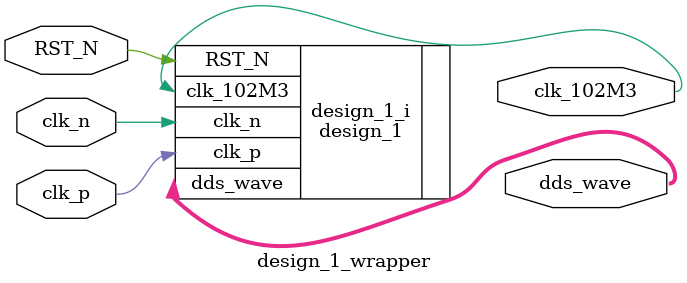
<source format=v>
`timescale 1 ps / 1 ps

module design_1_wrapper
   (RST_N,
    clk_102M3,
    clk_n,
    clk_p,
    dds_wave);
  input RST_N;
  output [0:0]clk_102M3;
  input clk_n;
  input clk_p;
  output [31:0]dds_wave;

  wire RST_N;
  wire [0:0]clk_102M3;
  wire clk_n;
  wire clk_p;
  wire [31:0]dds_wave;

  design_1 design_1_i
       (.RST_N(RST_N),
        .clk_102M3(clk_102M3),
        .clk_n(clk_n),
        .clk_p(clk_p),
        .dds_wave(dds_wave));
endmodule

</source>
